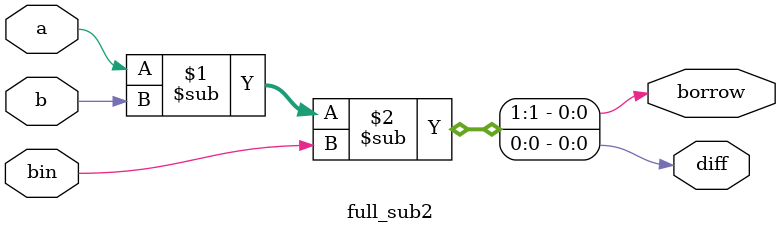
<source format=v>
module full_sub2(input a,b,bin,output diff,borrow);
  assign {borrow,diff}=a-b-bin;
endmodule

</source>
